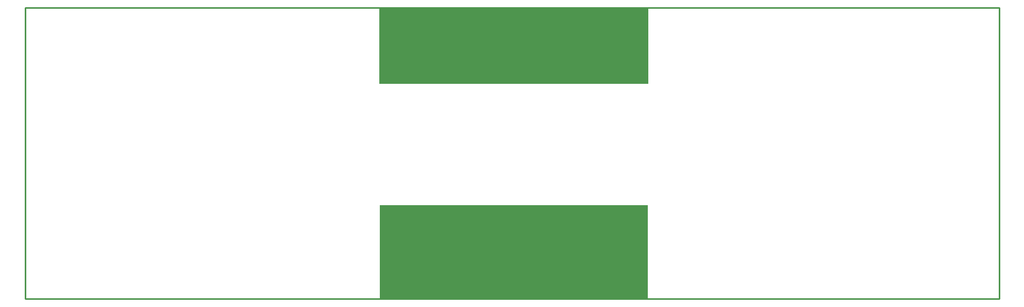
<source format=gbr>
G04 EAGLE Gerber RS-274X export*
G75*
%MOMM*%
%FSLAX34Y34*%
%LPD*%
%IN*%
%IPPOS*%
%AMOC8*
5,1,8,0,0,1.08239X$1,22.5*%
G01*
%ADD10R,44.230000X12.530000*%
%ADD11R,44.140000X15.400000*%
%ADD12R,44.230000X0.020000*%
%ADD13C,0.254000*%


D10*
X802850Y937250D03*
D11*
X802700Y597600D03*
D12*
X802850Y1000000D03*
D13*
X0Y520700D02*
X1600000Y520700D01*
X1600000Y1000000D01*
X0Y1000000D01*
X0Y520700D01*
M02*

</source>
